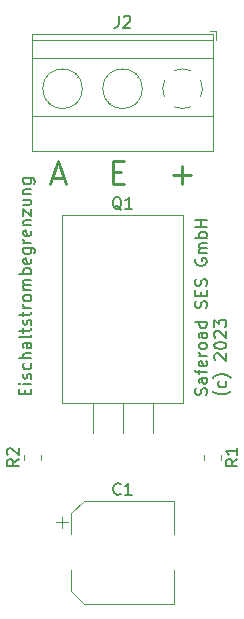
<source format=gbr>
%TF.GenerationSoftware,KiCad,Pcbnew,7.0.2*%
%TF.CreationDate,2023-05-13T17:25:18+02:00*%
%TF.ProjectId,Einschaltstrombegrenzung,45696e73-6368-4616-9c74-7374726f6d62,rev?*%
%TF.SameCoordinates,Original*%
%TF.FileFunction,Legend,Top*%
%TF.FilePolarity,Positive*%
%FSLAX46Y46*%
G04 Gerber Fmt 4.6, Leading zero omitted, Abs format (unit mm)*
G04 Created by KiCad (PCBNEW 7.0.2) date 2023-05-13 17:25:18*
%MOMM*%
%LPD*%
G01*
G04 APERTURE LIST*
%ADD10C,0.150000*%
%ADD11C,0.250000*%
%ADD12C,0.120000*%
G04 APERTURE END LIST*
D10*
X144260000Y-98869523D02*
X144307619Y-98726666D01*
X144307619Y-98726666D02*
X144307619Y-98488571D01*
X144307619Y-98488571D02*
X144260000Y-98393333D01*
X144260000Y-98393333D02*
X144212380Y-98345714D01*
X144212380Y-98345714D02*
X144117142Y-98298095D01*
X144117142Y-98298095D02*
X144021904Y-98298095D01*
X144021904Y-98298095D02*
X143926666Y-98345714D01*
X143926666Y-98345714D02*
X143879047Y-98393333D01*
X143879047Y-98393333D02*
X143831428Y-98488571D01*
X143831428Y-98488571D02*
X143783809Y-98679047D01*
X143783809Y-98679047D02*
X143736190Y-98774285D01*
X143736190Y-98774285D02*
X143688571Y-98821904D01*
X143688571Y-98821904D02*
X143593333Y-98869523D01*
X143593333Y-98869523D02*
X143498095Y-98869523D01*
X143498095Y-98869523D02*
X143402857Y-98821904D01*
X143402857Y-98821904D02*
X143355238Y-98774285D01*
X143355238Y-98774285D02*
X143307619Y-98679047D01*
X143307619Y-98679047D02*
X143307619Y-98440952D01*
X143307619Y-98440952D02*
X143355238Y-98298095D01*
X144307619Y-97440952D02*
X143783809Y-97440952D01*
X143783809Y-97440952D02*
X143688571Y-97488571D01*
X143688571Y-97488571D02*
X143640952Y-97583809D01*
X143640952Y-97583809D02*
X143640952Y-97774285D01*
X143640952Y-97774285D02*
X143688571Y-97869523D01*
X144260000Y-97440952D02*
X144307619Y-97536190D01*
X144307619Y-97536190D02*
X144307619Y-97774285D01*
X144307619Y-97774285D02*
X144260000Y-97869523D01*
X144260000Y-97869523D02*
X144164761Y-97917142D01*
X144164761Y-97917142D02*
X144069523Y-97917142D01*
X144069523Y-97917142D02*
X143974285Y-97869523D01*
X143974285Y-97869523D02*
X143926666Y-97774285D01*
X143926666Y-97774285D02*
X143926666Y-97536190D01*
X143926666Y-97536190D02*
X143879047Y-97440952D01*
X143640952Y-97107618D02*
X143640952Y-96726666D01*
X144307619Y-96964761D02*
X143450476Y-96964761D01*
X143450476Y-96964761D02*
X143355238Y-96917142D01*
X143355238Y-96917142D02*
X143307619Y-96821904D01*
X143307619Y-96821904D02*
X143307619Y-96726666D01*
X144260000Y-96012380D02*
X144307619Y-96107618D01*
X144307619Y-96107618D02*
X144307619Y-96298094D01*
X144307619Y-96298094D02*
X144260000Y-96393332D01*
X144260000Y-96393332D02*
X144164761Y-96440951D01*
X144164761Y-96440951D02*
X143783809Y-96440951D01*
X143783809Y-96440951D02*
X143688571Y-96393332D01*
X143688571Y-96393332D02*
X143640952Y-96298094D01*
X143640952Y-96298094D02*
X143640952Y-96107618D01*
X143640952Y-96107618D02*
X143688571Y-96012380D01*
X143688571Y-96012380D02*
X143783809Y-95964761D01*
X143783809Y-95964761D02*
X143879047Y-95964761D01*
X143879047Y-95964761D02*
X143974285Y-96440951D01*
X144307619Y-95536189D02*
X143640952Y-95536189D01*
X143831428Y-95536189D02*
X143736190Y-95488570D01*
X143736190Y-95488570D02*
X143688571Y-95440951D01*
X143688571Y-95440951D02*
X143640952Y-95345713D01*
X143640952Y-95345713D02*
X143640952Y-95250475D01*
X144307619Y-94774284D02*
X144260000Y-94869522D01*
X144260000Y-94869522D02*
X144212380Y-94917141D01*
X144212380Y-94917141D02*
X144117142Y-94964760D01*
X144117142Y-94964760D02*
X143831428Y-94964760D01*
X143831428Y-94964760D02*
X143736190Y-94917141D01*
X143736190Y-94917141D02*
X143688571Y-94869522D01*
X143688571Y-94869522D02*
X143640952Y-94774284D01*
X143640952Y-94774284D02*
X143640952Y-94631427D01*
X143640952Y-94631427D02*
X143688571Y-94536189D01*
X143688571Y-94536189D02*
X143736190Y-94488570D01*
X143736190Y-94488570D02*
X143831428Y-94440951D01*
X143831428Y-94440951D02*
X144117142Y-94440951D01*
X144117142Y-94440951D02*
X144212380Y-94488570D01*
X144212380Y-94488570D02*
X144260000Y-94536189D01*
X144260000Y-94536189D02*
X144307619Y-94631427D01*
X144307619Y-94631427D02*
X144307619Y-94774284D01*
X144307619Y-93583808D02*
X143783809Y-93583808D01*
X143783809Y-93583808D02*
X143688571Y-93631427D01*
X143688571Y-93631427D02*
X143640952Y-93726665D01*
X143640952Y-93726665D02*
X143640952Y-93917141D01*
X143640952Y-93917141D02*
X143688571Y-94012379D01*
X144260000Y-93583808D02*
X144307619Y-93679046D01*
X144307619Y-93679046D02*
X144307619Y-93917141D01*
X144307619Y-93917141D02*
X144260000Y-94012379D01*
X144260000Y-94012379D02*
X144164761Y-94059998D01*
X144164761Y-94059998D02*
X144069523Y-94059998D01*
X144069523Y-94059998D02*
X143974285Y-94012379D01*
X143974285Y-94012379D02*
X143926666Y-93917141D01*
X143926666Y-93917141D02*
X143926666Y-93679046D01*
X143926666Y-93679046D02*
X143879047Y-93583808D01*
X144307619Y-92679046D02*
X143307619Y-92679046D01*
X144260000Y-92679046D02*
X144307619Y-92774284D01*
X144307619Y-92774284D02*
X144307619Y-92964760D01*
X144307619Y-92964760D02*
X144260000Y-93059998D01*
X144260000Y-93059998D02*
X144212380Y-93107617D01*
X144212380Y-93107617D02*
X144117142Y-93155236D01*
X144117142Y-93155236D02*
X143831428Y-93155236D01*
X143831428Y-93155236D02*
X143736190Y-93107617D01*
X143736190Y-93107617D02*
X143688571Y-93059998D01*
X143688571Y-93059998D02*
X143640952Y-92964760D01*
X143640952Y-92964760D02*
X143640952Y-92774284D01*
X143640952Y-92774284D02*
X143688571Y-92679046D01*
X144260000Y-91488569D02*
X144307619Y-91345712D01*
X144307619Y-91345712D02*
X144307619Y-91107617D01*
X144307619Y-91107617D02*
X144260000Y-91012379D01*
X144260000Y-91012379D02*
X144212380Y-90964760D01*
X144212380Y-90964760D02*
X144117142Y-90917141D01*
X144117142Y-90917141D02*
X144021904Y-90917141D01*
X144021904Y-90917141D02*
X143926666Y-90964760D01*
X143926666Y-90964760D02*
X143879047Y-91012379D01*
X143879047Y-91012379D02*
X143831428Y-91107617D01*
X143831428Y-91107617D02*
X143783809Y-91298093D01*
X143783809Y-91298093D02*
X143736190Y-91393331D01*
X143736190Y-91393331D02*
X143688571Y-91440950D01*
X143688571Y-91440950D02*
X143593333Y-91488569D01*
X143593333Y-91488569D02*
X143498095Y-91488569D01*
X143498095Y-91488569D02*
X143402857Y-91440950D01*
X143402857Y-91440950D02*
X143355238Y-91393331D01*
X143355238Y-91393331D02*
X143307619Y-91298093D01*
X143307619Y-91298093D02*
X143307619Y-91059998D01*
X143307619Y-91059998D02*
X143355238Y-90917141D01*
X143783809Y-90488569D02*
X143783809Y-90155236D01*
X144307619Y-90012379D02*
X144307619Y-90488569D01*
X144307619Y-90488569D02*
X143307619Y-90488569D01*
X143307619Y-90488569D02*
X143307619Y-90012379D01*
X144260000Y-89631426D02*
X144307619Y-89488569D01*
X144307619Y-89488569D02*
X144307619Y-89250474D01*
X144307619Y-89250474D02*
X144260000Y-89155236D01*
X144260000Y-89155236D02*
X144212380Y-89107617D01*
X144212380Y-89107617D02*
X144117142Y-89059998D01*
X144117142Y-89059998D02*
X144021904Y-89059998D01*
X144021904Y-89059998D02*
X143926666Y-89107617D01*
X143926666Y-89107617D02*
X143879047Y-89155236D01*
X143879047Y-89155236D02*
X143831428Y-89250474D01*
X143831428Y-89250474D02*
X143783809Y-89440950D01*
X143783809Y-89440950D02*
X143736190Y-89536188D01*
X143736190Y-89536188D02*
X143688571Y-89583807D01*
X143688571Y-89583807D02*
X143593333Y-89631426D01*
X143593333Y-89631426D02*
X143498095Y-89631426D01*
X143498095Y-89631426D02*
X143402857Y-89583807D01*
X143402857Y-89583807D02*
X143355238Y-89536188D01*
X143355238Y-89536188D02*
X143307619Y-89440950D01*
X143307619Y-89440950D02*
X143307619Y-89202855D01*
X143307619Y-89202855D02*
X143355238Y-89059998D01*
X143355238Y-87345712D02*
X143307619Y-87440950D01*
X143307619Y-87440950D02*
X143307619Y-87583807D01*
X143307619Y-87583807D02*
X143355238Y-87726664D01*
X143355238Y-87726664D02*
X143450476Y-87821902D01*
X143450476Y-87821902D02*
X143545714Y-87869521D01*
X143545714Y-87869521D02*
X143736190Y-87917140D01*
X143736190Y-87917140D02*
X143879047Y-87917140D01*
X143879047Y-87917140D02*
X144069523Y-87869521D01*
X144069523Y-87869521D02*
X144164761Y-87821902D01*
X144164761Y-87821902D02*
X144260000Y-87726664D01*
X144260000Y-87726664D02*
X144307619Y-87583807D01*
X144307619Y-87583807D02*
X144307619Y-87488569D01*
X144307619Y-87488569D02*
X144260000Y-87345712D01*
X144260000Y-87345712D02*
X144212380Y-87298093D01*
X144212380Y-87298093D02*
X143879047Y-87298093D01*
X143879047Y-87298093D02*
X143879047Y-87488569D01*
X144307619Y-86869521D02*
X143640952Y-86869521D01*
X143736190Y-86869521D02*
X143688571Y-86821902D01*
X143688571Y-86821902D02*
X143640952Y-86726664D01*
X143640952Y-86726664D02*
X143640952Y-86583807D01*
X143640952Y-86583807D02*
X143688571Y-86488569D01*
X143688571Y-86488569D02*
X143783809Y-86440950D01*
X143783809Y-86440950D02*
X144307619Y-86440950D01*
X143783809Y-86440950D02*
X143688571Y-86393331D01*
X143688571Y-86393331D02*
X143640952Y-86298093D01*
X143640952Y-86298093D02*
X143640952Y-86155236D01*
X143640952Y-86155236D02*
X143688571Y-86059997D01*
X143688571Y-86059997D02*
X143783809Y-86012378D01*
X143783809Y-86012378D02*
X144307619Y-86012378D01*
X144307619Y-85536188D02*
X143307619Y-85536188D01*
X143688571Y-85536188D02*
X143640952Y-85440950D01*
X143640952Y-85440950D02*
X143640952Y-85250474D01*
X143640952Y-85250474D02*
X143688571Y-85155236D01*
X143688571Y-85155236D02*
X143736190Y-85107617D01*
X143736190Y-85107617D02*
X143831428Y-85059998D01*
X143831428Y-85059998D02*
X144117142Y-85059998D01*
X144117142Y-85059998D02*
X144212380Y-85107617D01*
X144212380Y-85107617D02*
X144260000Y-85155236D01*
X144260000Y-85155236D02*
X144307619Y-85250474D01*
X144307619Y-85250474D02*
X144307619Y-85440950D01*
X144307619Y-85440950D02*
X144260000Y-85536188D01*
X144307619Y-84631426D02*
X143307619Y-84631426D01*
X143783809Y-84631426D02*
X143783809Y-84059998D01*
X144307619Y-84059998D02*
X143307619Y-84059998D01*
X146308571Y-98536190D02*
X146260952Y-98583809D01*
X146260952Y-98583809D02*
X146118095Y-98679047D01*
X146118095Y-98679047D02*
X146022857Y-98726666D01*
X146022857Y-98726666D02*
X145880000Y-98774285D01*
X145880000Y-98774285D02*
X145641904Y-98821904D01*
X145641904Y-98821904D02*
X145451428Y-98821904D01*
X145451428Y-98821904D02*
X145213333Y-98774285D01*
X145213333Y-98774285D02*
X145070476Y-98726666D01*
X145070476Y-98726666D02*
X144975238Y-98679047D01*
X144975238Y-98679047D02*
X144832380Y-98583809D01*
X144832380Y-98583809D02*
X144784761Y-98536190D01*
X145880000Y-97726666D02*
X145927619Y-97821904D01*
X145927619Y-97821904D02*
X145927619Y-98012380D01*
X145927619Y-98012380D02*
X145880000Y-98107618D01*
X145880000Y-98107618D02*
X145832380Y-98155237D01*
X145832380Y-98155237D02*
X145737142Y-98202856D01*
X145737142Y-98202856D02*
X145451428Y-98202856D01*
X145451428Y-98202856D02*
X145356190Y-98155237D01*
X145356190Y-98155237D02*
X145308571Y-98107618D01*
X145308571Y-98107618D02*
X145260952Y-98012380D01*
X145260952Y-98012380D02*
X145260952Y-97821904D01*
X145260952Y-97821904D02*
X145308571Y-97726666D01*
X146308571Y-97393332D02*
X146260952Y-97345713D01*
X146260952Y-97345713D02*
X146118095Y-97250475D01*
X146118095Y-97250475D02*
X146022857Y-97202856D01*
X146022857Y-97202856D02*
X145880000Y-97155237D01*
X145880000Y-97155237D02*
X145641904Y-97107618D01*
X145641904Y-97107618D02*
X145451428Y-97107618D01*
X145451428Y-97107618D02*
X145213333Y-97155237D01*
X145213333Y-97155237D02*
X145070476Y-97202856D01*
X145070476Y-97202856D02*
X144975238Y-97250475D01*
X144975238Y-97250475D02*
X144832380Y-97345713D01*
X144832380Y-97345713D02*
X144784761Y-97393332D01*
X145022857Y-95917141D02*
X144975238Y-95869522D01*
X144975238Y-95869522D02*
X144927619Y-95774284D01*
X144927619Y-95774284D02*
X144927619Y-95536189D01*
X144927619Y-95536189D02*
X144975238Y-95440951D01*
X144975238Y-95440951D02*
X145022857Y-95393332D01*
X145022857Y-95393332D02*
X145118095Y-95345713D01*
X145118095Y-95345713D02*
X145213333Y-95345713D01*
X145213333Y-95345713D02*
X145356190Y-95393332D01*
X145356190Y-95393332D02*
X145927619Y-95964760D01*
X145927619Y-95964760D02*
X145927619Y-95345713D01*
X144927619Y-94726665D02*
X144927619Y-94631427D01*
X144927619Y-94631427D02*
X144975238Y-94536189D01*
X144975238Y-94536189D02*
X145022857Y-94488570D01*
X145022857Y-94488570D02*
X145118095Y-94440951D01*
X145118095Y-94440951D02*
X145308571Y-94393332D01*
X145308571Y-94393332D02*
X145546666Y-94393332D01*
X145546666Y-94393332D02*
X145737142Y-94440951D01*
X145737142Y-94440951D02*
X145832380Y-94488570D01*
X145832380Y-94488570D02*
X145880000Y-94536189D01*
X145880000Y-94536189D02*
X145927619Y-94631427D01*
X145927619Y-94631427D02*
X145927619Y-94726665D01*
X145927619Y-94726665D02*
X145880000Y-94821903D01*
X145880000Y-94821903D02*
X145832380Y-94869522D01*
X145832380Y-94869522D02*
X145737142Y-94917141D01*
X145737142Y-94917141D02*
X145546666Y-94964760D01*
X145546666Y-94964760D02*
X145308571Y-94964760D01*
X145308571Y-94964760D02*
X145118095Y-94917141D01*
X145118095Y-94917141D02*
X145022857Y-94869522D01*
X145022857Y-94869522D02*
X144975238Y-94821903D01*
X144975238Y-94821903D02*
X144927619Y-94726665D01*
X145022857Y-94012379D02*
X144975238Y-93964760D01*
X144975238Y-93964760D02*
X144927619Y-93869522D01*
X144927619Y-93869522D02*
X144927619Y-93631427D01*
X144927619Y-93631427D02*
X144975238Y-93536189D01*
X144975238Y-93536189D02*
X145022857Y-93488570D01*
X145022857Y-93488570D02*
X145118095Y-93440951D01*
X145118095Y-93440951D02*
X145213333Y-93440951D01*
X145213333Y-93440951D02*
X145356190Y-93488570D01*
X145356190Y-93488570D02*
X145927619Y-94059998D01*
X145927619Y-94059998D02*
X145927619Y-93440951D01*
X144927619Y-93107617D02*
X144927619Y-92488570D01*
X144927619Y-92488570D02*
X145308571Y-92821903D01*
X145308571Y-92821903D02*
X145308571Y-92679046D01*
X145308571Y-92679046D02*
X145356190Y-92583808D01*
X145356190Y-92583808D02*
X145403809Y-92536189D01*
X145403809Y-92536189D02*
X145499047Y-92488570D01*
X145499047Y-92488570D02*
X145737142Y-92488570D01*
X145737142Y-92488570D02*
X145832380Y-92536189D01*
X145832380Y-92536189D02*
X145880000Y-92583808D01*
X145880000Y-92583808D02*
X145927619Y-92679046D01*
X145927619Y-92679046D02*
X145927619Y-92964760D01*
X145927619Y-92964760D02*
X145880000Y-93059998D01*
X145880000Y-93059998D02*
X145832380Y-93107617D01*
X128893809Y-98821904D02*
X128893809Y-98488571D01*
X129417619Y-98345714D02*
X129417619Y-98821904D01*
X129417619Y-98821904D02*
X128417619Y-98821904D01*
X128417619Y-98821904D02*
X128417619Y-98345714D01*
X129417619Y-97917142D02*
X128750952Y-97917142D01*
X128417619Y-97917142D02*
X128465238Y-97964761D01*
X128465238Y-97964761D02*
X128512857Y-97917142D01*
X128512857Y-97917142D02*
X128465238Y-97869523D01*
X128465238Y-97869523D02*
X128417619Y-97917142D01*
X128417619Y-97917142D02*
X128512857Y-97917142D01*
X129370000Y-97488571D02*
X129417619Y-97393333D01*
X129417619Y-97393333D02*
X129417619Y-97202857D01*
X129417619Y-97202857D02*
X129370000Y-97107619D01*
X129370000Y-97107619D02*
X129274761Y-97060000D01*
X129274761Y-97060000D02*
X129227142Y-97060000D01*
X129227142Y-97060000D02*
X129131904Y-97107619D01*
X129131904Y-97107619D02*
X129084285Y-97202857D01*
X129084285Y-97202857D02*
X129084285Y-97345714D01*
X129084285Y-97345714D02*
X129036666Y-97440952D01*
X129036666Y-97440952D02*
X128941428Y-97488571D01*
X128941428Y-97488571D02*
X128893809Y-97488571D01*
X128893809Y-97488571D02*
X128798571Y-97440952D01*
X128798571Y-97440952D02*
X128750952Y-97345714D01*
X128750952Y-97345714D02*
X128750952Y-97202857D01*
X128750952Y-97202857D02*
X128798571Y-97107619D01*
X129370000Y-96202857D02*
X129417619Y-96298095D01*
X129417619Y-96298095D02*
X129417619Y-96488571D01*
X129417619Y-96488571D02*
X129370000Y-96583809D01*
X129370000Y-96583809D02*
X129322380Y-96631428D01*
X129322380Y-96631428D02*
X129227142Y-96679047D01*
X129227142Y-96679047D02*
X128941428Y-96679047D01*
X128941428Y-96679047D02*
X128846190Y-96631428D01*
X128846190Y-96631428D02*
X128798571Y-96583809D01*
X128798571Y-96583809D02*
X128750952Y-96488571D01*
X128750952Y-96488571D02*
X128750952Y-96298095D01*
X128750952Y-96298095D02*
X128798571Y-96202857D01*
X129417619Y-95774285D02*
X128417619Y-95774285D01*
X129417619Y-95345714D02*
X128893809Y-95345714D01*
X128893809Y-95345714D02*
X128798571Y-95393333D01*
X128798571Y-95393333D02*
X128750952Y-95488571D01*
X128750952Y-95488571D02*
X128750952Y-95631428D01*
X128750952Y-95631428D02*
X128798571Y-95726666D01*
X128798571Y-95726666D02*
X128846190Y-95774285D01*
X129417619Y-94440952D02*
X128893809Y-94440952D01*
X128893809Y-94440952D02*
X128798571Y-94488571D01*
X128798571Y-94488571D02*
X128750952Y-94583809D01*
X128750952Y-94583809D02*
X128750952Y-94774285D01*
X128750952Y-94774285D02*
X128798571Y-94869523D01*
X129370000Y-94440952D02*
X129417619Y-94536190D01*
X129417619Y-94536190D02*
X129417619Y-94774285D01*
X129417619Y-94774285D02*
X129370000Y-94869523D01*
X129370000Y-94869523D02*
X129274761Y-94917142D01*
X129274761Y-94917142D02*
X129179523Y-94917142D01*
X129179523Y-94917142D02*
X129084285Y-94869523D01*
X129084285Y-94869523D02*
X129036666Y-94774285D01*
X129036666Y-94774285D02*
X129036666Y-94536190D01*
X129036666Y-94536190D02*
X128989047Y-94440952D01*
X129417619Y-93821904D02*
X129370000Y-93917142D01*
X129370000Y-93917142D02*
X129274761Y-93964761D01*
X129274761Y-93964761D02*
X128417619Y-93964761D01*
X128750952Y-93583808D02*
X128750952Y-93202856D01*
X128417619Y-93440951D02*
X129274761Y-93440951D01*
X129274761Y-93440951D02*
X129370000Y-93393332D01*
X129370000Y-93393332D02*
X129417619Y-93298094D01*
X129417619Y-93298094D02*
X129417619Y-93202856D01*
X129370000Y-92917141D02*
X129417619Y-92821903D01*
X129417619Y-92821903D02*
X129417619Y-92631427D01*
X129417619Y-92631427D02*
X129370000Y-92536189D01*
X129370000Y-92536189D02*
X129274761Y-92488570D01*
X129274761Y-92488570D02*
X129227142Y-92488570D01*
X129227142Y-92488570D02*
X129131904Y-92536189D01*
X129131904Y-92536189D02*
X129084285Y-92631427D01*
X129084285Y-92631427D02*
X129084285Y-92774284D01*
X129084285Y-92774284D02*
X129036666Y-92869522D01*
X129036666Y-92869522D02*
X128941428Y-92917141D01*
X128941428Y-92917141D02*
X128893809Y-92917141D01*
X128893809Y-92917141D02*
X128798571Y-92869522D01*
X128798571Y-92869522D02*
X128750952Y-92774284D01*
X128750952Y-92774284D02*
X128750952Y-92631427D01*
X128750952Y-92631427D02*
X128798571Y-92536189D01*
X128750952Y-92202855D02*
X128750952Y-91821903D01*
X128417619Y-92059998D02*
X129274761Y-92059998D01*
X129274761Y-92059998D02*
X129370000Y-92012379D01*
X129370000Y-92012379D02*
X129417619Y-91917141D01*
X129417619Y-91917141D02*
X129417619Y-91821903D01*
X129417619Y-91488569D02*
X128750952Y-91488569D01*
X128941428Y-91488569D02*
X128846190Y-91440950D01*
X128846190Y-91440950D02*
X128798571Y-91393331D01*
X128798571Y-91393331D02*
X128750952Y-91298093D01*
X128750952Y-91298093D02*
X128750952Y-91202855D01*
X129417619Y-90726664D02*
X129370000Y-90821902D01*
X129370000Y-90821902D02*
X129322380Y-90869521D01*
X129322380Y-90869521D02*
X129227142Y-90917140D01*
X129227142Y-90917140D02*
X128941428Y-90917140D01*
X128941428Y-90917140D02*
X128846190Y-90869521D01*
X128846190Y-90869521D02*
X128798571Y-90821902D01*
X128798571Y-90821902D02*
X128750952Y-90726664D01*
X128750952Y-90726664D02*
X128750952Y-90583807D01*
X128750952Y-90583807D02*
X128798571Y-90488569D01*
X128798571Y-90488569D02*
X128846190Y-90440950D01*
X128846190Y-90440950D02*
X128941428Y-90393331D01*
X128941428Y-90393331D02*
X129227142Y-90393331D01*
X129227142Y-90393331D02*
X129322380Y-90440950D01*
X129322380Y-90440950D02*
X129370000Y-90488569D01*
X129370000Y-90488569D02*
X129417619Y-90583807D01*
X129417619Y-90583807D02*
X129417619Y-90726664D01*
X129417619Y-89964759D02*
X128750952Y-89964759D01*
X128846190Y-89964759D02*
X128798571Y-89917140D01*
X128798571Y-89917140D02*
X128750952Y-89821902D01*
X128750952Y-89821902D02*
X128750952Y-89679045D01*
X128750952Y-89679045D02*
X128798571Y-89583807D01*
X128798571Y-89583807D02*
X128893809Y-89536188D01*
X128893809Y-89536188D02*
X129417619Y-89536188D01*
X128893809Y-89536188D02*
X128798571Y-89488569D01*
X128798571Y-89488569D02*
X128750952Y-89393331D01*
X128750952Y-89393331D02*
X128750952Y-89250474D01*
X128750952Y-89250474D02*
X128798571Y-89155235D01*
X128798571Y-89155235D02*
X128893809Y-89107616D01*
X128893809Y-89107616D02*
X129417619Y-89107616D01*
X129417619Y-88631426D02*
X128417619Y-88631426D01*
X128798571Y-88631426D02*
X128750952Y-88536188D01*
X128750952Y-88536188D02*
X128750952Y-88345712D01*
X128750952Y-88345712D02*
X128798571Y-88250474D01*
X128798571Y-88250474D02*
X128846190Y-88202855D01*
X128846190Y-88202855D02*
X128941428Y-88155236D01*
X128941428Y-88155236D02*
X129227142Y-88155236D01*
X129227142Y-88155236D02*
X129322380Y-88202855D01*
X129322380Y-88202855D02*
X129370000Y-88250474D01*
X129370000Y-88250474D02*
X129417619Y-88345712D01*
X129417619Y-88345712D02*
X129417619Y-88536188D01*
X129417619Y-88536188D02*
X129370000Y-88631426D01*
X129370000Y-87345712D02*
X129417619Y-87440950D01*
X129417619Y-87440950D02*
X129417619Y-87631426D01*
X129417619Y-87631426D02*
X129370000Y-87726664D01*
X129370000Y-87726664D02*
X129274761Y-87774283D01*
X129274761Y-87774283D02*
X128893809Y-87774283D01*
X128893809Y-87774283D02*
X128798571Y-87726664D01*
X128798571Y-87726664D02*
X128750952Y-87631426D01*
X128750952Y-87631426D02*
X128750952Y-87440950D01*
X128750952Y-87440950D02*
X128798571Y-87345712D01*
X128798571Y-87345712D02*
X128893809Y-87298093D01*
X128893809Y-87298093D02*
X128989047Y-87298093D01*
X128989047Y-87298093D02*
X129084285Y-87774283D01*
X128750952Y-86440950D02*
X129560476Y-86440950D01*
X129560476Y-86440950D02*
X129655714Y-86488569D01*
X129655714Y-86488569D02*
X129703333Y-86536188D01*
X129703333Y-86536188D02*
X129750952Y-86631426D01*
X129750952Y-86631426D02*
X129750952Y-86774283D01*
X129750952Y-86774283D02*
X129703333Y-86869521D01*
X129370000Y-86440950D02*
X129417619Y-86536188D01*
X129417619Y-86536188D02*
X129417619Y-86726664D01*
X129417619Y-86726664D02*
X129370000Y-86821902D01*
X129370000Y-86821902D02*
X129322380Y-86869521D01*
X129322380Y-86869521D02*
X129227142Y-86917140D01*
X129227142Y-86917140D02*
X128941428Y-86917140D01*
X128941428Y-86917140D02*
X128846190Y-86869521D01*
X128846190Y-86869521D02*
X128798571Y-86821902D01*
X128798571Y-86821902D02*
X128750952Y-86726664D01*
X128750952Y-86726664D02*
X128750952Y-86536188D01*
X128750952Y-86536188D02*
X128798571Y-86440950D01*
X129417619Y-85964759D02*
X128750952Y-85964759D01*
X128941428Y-85964759D02*
X128846190Y-85917140D01*
X128846190Y-85917140D02*
X128798571Y-85869521D01*
X128798571Y-85869521D02*
X128750952Y-85774283D01*
X128750952Y-85774283D02*
X128750952Y-85679045D01*
X129370000Y-84964759D02*
X129417619Y-85059997D01*
X129417619Y-85059997D02*
X129417619Y-85250473D01*
X129417619Y-85250473D02*
X129370000Y-85345711D01*
X129370000Y-85345711D02*
X129274761Y-85393330D01*
X129274761Y-85393330D02*
X128893809Y-85393330D01*
X128893809Y-85393330D02*
X128798571Y-85345711D01*
X128798571Y-85345711D02*
X128750952Y-85250473D01*
X128750952Y-85250473D02*
X128750952Y-85059997D01*
X128750952Y-85059997D02*
X128798571Y-84964759D01*
X128798571Y-84964759D02*
X128893809Y-84917140D01*
X128893809Y-84917140D02*
X128989047Y-84917140D01*
X128989047Y-84917140D02*
X129084285Y-85393330D01*
X128750952Y-84488568D02*
X129417619Y-84488568D01*
X128846190Y-84488568D02*
X128798571Y-84440949D01*
X128798571Y-84440949D02*
X128750952Y-84345711D01*
X128750952Y-84345711D02*
X128750952Y-84202854D01*
X128750952Y-84202854D02*
X128798571Y-84107616D01*
X128798571Y-84107616D02*
X128893809Y-84059997D01*
X128893809Y-84059997D02*
X129417619Y-84059997D01*
X128750952Y-83679044D02*
X128750952Y-83155235D01*
X128750952Y-83155235D02*
X129417619Y-83679044D01*
X129417619Y-83679044D02*
X129417619Y-83155235D01*
X128750952Y-82345711D02*
X129417619Y-82345711D01*
X128750952Y-82774282D02*
X129274761Y-82774282D01*
X129274761Y-82774282D02*
X129370000Y-82726663D01*
X129370000Y-82726663D02*
X129417619Y-82631425D01*
X129417619Y-82631425D02*
X129417619Y-82488568D01*
X129417619Y-82488568D02*
X129370000Y-82393330D01*
X129370000Y-82393330D02*
X129322380Y-82345711D01*
X128750952Y-81869520D02*
X129417619Y-81869520D01*
X128846190Y-81869520D02*
X128798571Y-81821901D01*
X128798571Y-81821901D02*
X128750952Y-81726663D01*
X128750952Y-81726663D02*
X128750952Y-81583806D01*
X128750952Y-81583806D02*
X128798571Y-81488568D01*
X128798571Y-81488568D02*
X128893809Y-81440949D01*
X128893809Y-81440949D02*
X129417619Y-81440949D01*
X128750952Y-80536187D02*
X129560476Y-80536187D01*
X129560476Y-80536187D02*
X129655714Y-80583806D01*
X129655714Y-80583806D02*
X129703333Y-80631425D01*
X129703333Y-80631425D02*
X129750952Y-80726663D01*
X129750952Y-80726663D02*
X129750952Y-80869520D01*
X129750952Y-80869520D02*
X129703333Y-80964758D01*
X129370000Y-80536187D02*
X129417619Y-80631425D01*
X129417619Y-80631425D02*
X129417619Y-80821901D01*
X129417619Y-80821901D02*
X129370000Y-80917139D01*
X129370000Y-80917139D02*
X129322380Y-80964758D01*
X129322380Y-80964758D02*
X129227142Y-81012377D01*
X129227142Y-81012377D02*
X128941428Y-81012377D01*
X128941428Y-81012377D02*
X128846190Y-80964758D01*
X128846190Y-80964758D02*
X128798571Y-80917139D01*
X128798571Y-80917139D02*
X128750952Y-80821901D01*
X128750952Y-80821901D02*
X128750952Y-80631425D01*
X128750952Y-80631425D02*
X128798571Y-80536187D01*
D11*
X131190952Y-80463809D02*
X132143333Y-80463809D01*
X131000476Y-81035238D02*
X131667142Y-79035238D01*
X131667142Y-79035238D02*
X132333809Y-81035238D01*
X136366190Y-79987619D02*
X137032857Y-79987619D01*
X137318571Y-81035238D02*
X136366190Y-81035238D01*
X136366190Y-81035238D02*
X136366190Y-79035238D01*
X136366190Y-79035238D02*
X137318571Y-79035238D01*
X141446190Y-80273333D02*
X142970000Y-80273333D01*
X142208095Y-81035238D02*
X142208095Y-79511428D01*
D10*
%TO.C,J2*%
X136826666Y-66772619D02*
X136826666Y-67486904D01*
X136826666Y-67486904D02*
X136779047Y-67629761D01*
X136779047Y-67629761D02*
X136683809Y-67725000D01*
X136683809Y-67725000D02*
X136540952Y-67772619D01*
X136540952Y-67772619D02*
X136445714Y-67772619D01*
X137255238Y-66867857D02*
X137302857Y-66820238D01*
X137302857Y-66820238D02*
X137398095Y-66772619D01*
X137398095Y-66772619D02*
X137636190Y-66772619D01*
X137636190Y-66772619D02*
X137731428Y-66820238D01*
X137731428Y-66820238D02*
X137779047Y-66867857D01*
X137779047Y-66867857D02*
X137826666Y-66963095D01*
X137826666Y-66963095D02*
X137826666Y-67058333D01*
X137826666Y-67058333D02*
X137779047Y-67201190D01*
X137779047Y-67201190D02*
X137207619Y-67772619D01*
X137207619Y-67772619D02*
X137826666Y-67772619D01*
%TO.C,R1*%
X146892619Y-104306666D02*
X146416428Y-104639999D01*
X146892619Y-104878094D02*
X145892619Y-104878094D01*
X145892619Y-104878094D02*
X145892619Y-104497142D01*
X145892619Y-104497142D02*
X145940238Y-104401904D01*
X145940238Y-104401904D02*
X145987857Y-104354285D01*
X145987857Y-104354285D02*
X146083095Y-104306666D01*
X146083095Y-104306666D02*
X146225952Y-104306666D01*
X146225952Y-104306666D02*
X146321190Y-104354285D01*
X146321190Y-104354285D02*
X146368809Y-104401904D01*
X146368809Y-104401904D02*
X146416428Y-104497142D01*
X146416428Y-104497142D02*
X146416428Y-104878094D01*
X146892619Y-103354285D02*
X146892619Y-103925713D01*
X146892619Y-103639999D02*
X145892619Y-103639999D01*
X145892619Y-103639999D02*
X146035476Y-103735237D01*
X146035476Y-103735237D02*
X146130714Y-103830475D01*
X146130714Y-103830475D02*
X146178333Y-103925713D01*
%TO.C,C1*%
X136993333Y-107234880D02*
X136945714Y-107282500D01*
X136945714Y-107282500D02*
X136802857Y-107330119D01*
X136802857Y-107330119D02*
X136707619Y-107330119D01*
X136707619Y-107330119D02*
X136564762Y-107282500D01*
X136564762Y-107282500D02*
X136469524Y-107187261D01*
X136469524Y-107187261D02*
X136421905Y-107092023D01*
X136421905Y-107092023D02*
X136374286Y-106901547D01*
X136374286Y-106901547D02*
X136374286Y-106758690D01*
X136374286Y-106758690D02*
X136421905Y-106568214D01*
X136421905Y-106568214D02*
X136469524Y-106472976D01*
X136469524Y-106472976D02*
X136564762Y-106377738D01*
X136564762Y-106377738D02*
X136707619Y-106330119D01*
X136707619Y-106330119D02*
X136802857Y-106330119D01*
X136802857Y-106330119D02*
X136945714Y-106377738D01*
X136945714Y-106377738D02*
X136993333Y-106425357D01*
X137945714Y-107330119D02*
X137374286Y-107330119D01*
X137660000Y-107330119D02*
X137660000Y-106330119D01*
X137660000Y-106330119D02*
X137564762Y-106472976D01*
X137564762Y-106472976D02*
X137469524Y-106568214D01*
X137469524Y-106568214D02*
X137374286Y-106615833D01*
%TO.C,R2*%
X128352619Y-104306666D02*
X127876428Y-104639999D01*
X128352619Y-104878094D02*
X127352619Y-104878094D01*
X127352619Y-104878094D02*
X127352619Y-104497142D01*
X127352619Y-104497142D02*
X127400238Y-104401904D01*
X127400238Y-104401904D02*
X127447857Y-104354285D01*
X127447857Y-104354285D02*
X127543095Y-104306666D01*
X127543095Y-104306666D02*
X127685952Y-104306666D01*
X127685952Y-104306666D02*
X127781190Y-104354285D01*
X127781190Y-104354285D02*
X127828809Y-104401904D01*
X127828809Y-104401904D02*
X127876428Y-104497142D01*
X127876428Y-104497142D02*
X127876428Y-104878094D01*
X127447857Y-103925713D02*
X127400238Y-103878094D01*
X127400238Y-103878094D02*
X127352619Y-103782856D01*
X127352619Y-103782856D02*
X127352619Y-103544761D01*
X127352619Y-103544761D02*
X127400238Y-103449523D01*
X127400238Y-103449523D02*
X127447857Y-103401904D01*
X127447857Y-103401904D02*
X127543095Y-103354285D01*
X127543095Y-103354285D02*
X127638333Y-103354285D01*
X127638333Y-103354285D02*
X127781190Y-103401904D01*
X127781190Y-103401904D02*
X128352619Y-103973332D01*
X128352619Y-103973332D02*
X128352619Y-103354285D01*
%TO.C,Q1*%
X137064761Y-83187857D02*
X136969523Y-83140238D01*
X136969523Y-83140238D02*
X136874285Y-83045000D01*
X136874285Y-83045000D02*
X136731428Y-82902142D01*
X136731428Y-82902142D02*
X136636190Y-82854523D01*
X136636190Y-82854523D02*
X136540952Y-82854523D01*
X136588571Y-83092619D02*
X136493333Y-83045000D01*
X136493333Y-83045000D02*
X136398095Y-82949761D01*
X136398095Y-82949761D02*
X136350476Y-82759285D01*
X136350476Y-82759285D02*
X136350476Y-82425952D01*
X136350476Y-82425952D02*
X136398095Y-82235476D01*
X136398095Y-82235476D02*
X136493333Y-82140238D01*
X136493333Y-82140238D02*
X136588571Y-82092619D01*
X136588571Y-82092619D02*
X136779047Y-82092619D01*
X136779047Y-82092619D02*
X136874285Y-82140238D01*
X136874285Y-82140238D02*
X136969523Y-82235476D01*
X136969523Y-82235476D02*
X137017142Y-82425952D01*
X137017142Y-82425952D02*
X137017142Y-82759285D01*
X137017142Y-82759285D02*
X136969523Y-82949761D01*
X136969523Y-82949761D02*
X136874285Y-83045000D01*
X136874285Y-83045000D02*
X136779047Y-83092619D01*
X136779047Y-83092619D02*
X136588571Y-83092619D01*
X137969523Y-83092619D02*
X137398095Y-83092619D01*
X137683809Y-83092619D02*
X137683809Y-82092619D01*
X137683809Y-82092619D02*
X137588571Y-82235476D01*
X137588571Y-82235476D02*
X137493333Y-82330714D01*
X137493333Y-82330714D02*
X137398095Y-82378333D01*
D12*
%TO.C,J2*%
X144840000Y-68277500D02*
X129480000Y-68277500D01*
X145080000Y-68777500D02*
X145080000Y-68037500D01*
X144840000Y-78198500D02*
X129480000Y-78198500D01*
X144840000Y-75238500D02*
X129480000Y-75238500D01*
X130805000Y-74006500D02*
X130852000Y-73960500D01*
X144840000Y-78198500D02*
X144840000Y-68277500D01*
X144840000Y-68837500D02*
X129480000Y-68837500D01*
X129480000Y-78198500D02*
X129480000Y-68277500D01*
X138194000Y-71698500D02*
X138229000Y-71663500D01*
X138387000Y-71914500D02*
X138434000Y-71868500D01*
X133307000Y-71914500D02*
X133354000Y-71868500D01*
X136090000Y-74212500D02*
X136125000Y-74176500D01*
X145080000Y-68037500D02*
X144580000Y-68037500D01*
X131010000Y-74212500D02*
X131045000Y-74176500D01*
X133114000Y-71698500D02*
X133149000Y-71663500D01*
X135885000Y-74006500D02*
X135932000Y-73960500D01*
X144840000Y-70337500D02*
X129480000Y-70337500D01*
X143774999Y-73621499D02*
G75*
G03*
X143775426Y-72254458I-1534992J684000D01*
G01*
X140705000Y-72253500D02*
G75*
G03*
X140704574Y-73620542I1535000J-684000D01*
G01*
X141556001Y-74472499D02*
G75*
G03*
X142923042Y-74472926I684000J1534992D01*
G01*
X142924000Y-71402501D02*
G75*
G03*
X142211195Y-71257248I-683999J-1535000D01*
G01*
X142240000Y-71257501D02*
G75*
G03*
X141556682Y-71402745I0J-1679999D01*
G01*
X133760000Y-72937500D02*
G75*
G03*
X133760000Y-72937500I-1680000J0D01*
G01*
X138840000Y-72937500D02*
G75*
G03*
X138840000Y-72937500I-1680000J0D01*
G01*
%TO.C,R1*%
X145515000Y-103912936D02*
X145515000Y-104367064D01*
X144045000Y-103912936D02*
X144045000Y-104367064D01*
%TO.C,C1*%
X131560000Y-109657500D02*
X132560000Y-109657500D01*
X132060000Y-109157500D02*
X132060000Y-110157500D01*
X132800000Y-108871937D02*
X132800000Y-110657500D01*
X132800000Y-108871937D02*
X133864437Y-107807500D01*
X132800000Y-115463063D02*
X132800000Y-113677500D01*
X132800000Y-115463063D02*
X133864437Y-116527500D01*
X133864437Y-107807500D02*
X141520000Y-107807500D01*
X133864437Y-116527500D02*
X141520000Y-116527500D01*
X141520000Y-107807500D02*
X141520000Y-110657500D01*
X141520000Y-116527500D02*
X141520000Y-113677500D01*
%TO.C,R2*%
X128805000Y-104367064D02*
X128805000Y-103912936D01*
X130275000Y-104367064D02*
X130275000Y-103912936D01*
%TO.C,Q1*%
X132040000Y-83630000D02*
X132040000Y-99520000D01*
X132040000Y-83630000D02*
X142280000Y-83630000D01*
X132040000Y-99520000D02*
X142280000Y-99520000D01*
X134620000Y-99520000D02*
X134620000Y-102060000D01*
X137160000Y-99520000D02*
X137160000Y-102060000D01*
X139700000Y-99520000D02*
X139700000Y-102060000D01*
X142280000Y-83630000D02*
X142280000Y-99520000D01*
%TD*%
M02*

</source>
